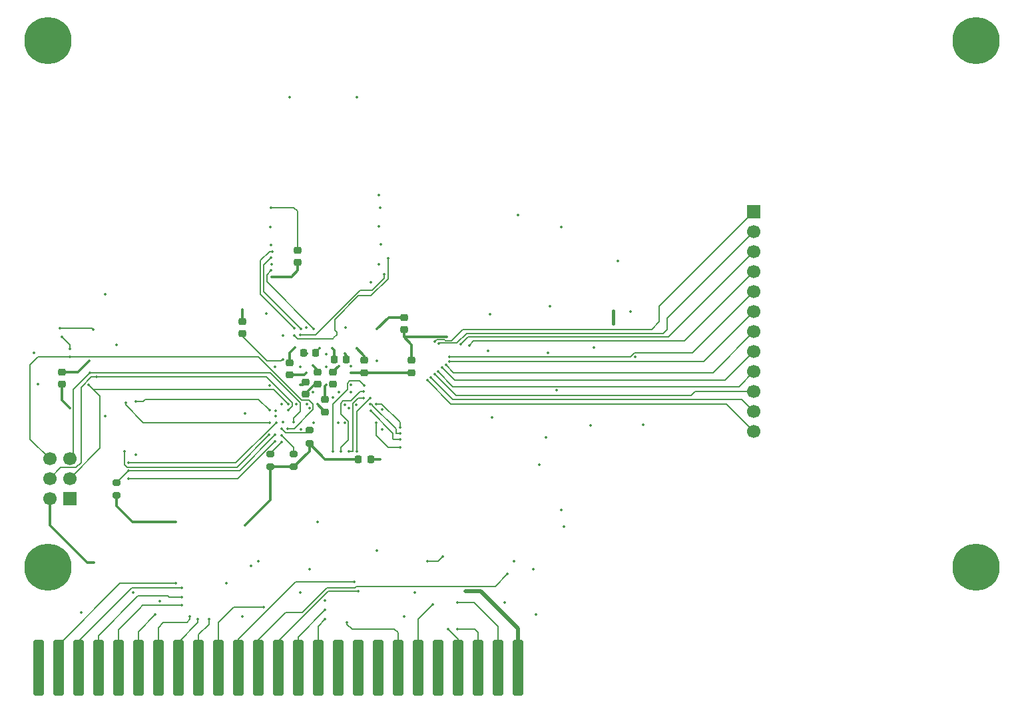
<source format=gbr>
%TF.GenerationSoftware,KiCad,Pcbnew,9.0.5*%
%TF.CreationDate,2025-12-06T10:01:17-08:00*%
%TF.ProjectId,project_byte_hamr,70726f6a-6563-4745-9f62-7974655f6861,rev?*%
%TF.SameCoordinates,Original*%
%TF.FileFunction,Copper,L4,Bot*%
%TF.FilePolarity,Positive*%
%FSLAX46Y46*%
G04 Gerber Fmt 4.6, Leading zero omitted, Abs format (unit mm)*
G04 Created by KiCad (PCBNEW 9.0.5) date 2025-12-06 10:01:17*
%MOMM*%
%LPD*%
G01*
G04 APERTURE LIST*
G04 Aperture macros list*
%AMRoundRect*
0 Rectangle with rounded corners*
0 $1 Rounding radius*
0 $2 $3 $4 $5 $6 $7 $8 $9 X,Y pos of 4 corners*
0 Add a 4 corners polygon primitive as box body*
4,1,4,$2,$3,$4,$5,$6,$7,$8,$9,$2,$3,0*
0 Add four circle primitives for the rounded corners*
1,1,$1+$1,$2,$3*
1,1,$1+$1,$4,$5*
1,1,$1+$1,$6,$7*
1,1,$1+$1,$8,$9*
0 Add four rect primitives between the rounded corners*
20,1,$1+$1,$2,$3,$4,$5,0*
20,1,$1+$1,$4,$5,$6,$7,0*
20,1,$1+$1,$6,$7,$8,$9,0*
20,1,$1+$1,$8,$9,$2,$3,0*%
G04 Aperture macros list end*
%TA.AperFunction,ComponentPad*%
%ADD10R,1.700000X1.700000*%
%TD*%
%TA.AperFunction,ComponentPad*%
%ADD11C,1.700000*%
%TD*%
%TA.AperFunction,ComponentPad*%
%ADD12C,6.000000*%
%TD*%
%TA.AperFunction,ConnectorPad*%
%ADD13RoundRect,0.350000X0.350000X3.206000X-0.350000X3.206000X-0.350000X-3.206000X0.350000X-3.206000X0*%
%TD*%
%TA.AperFunction,SMDPad,CuDef*%
%ADD14RoundRect,0.225000X0.250000X-0.225000X0.250000X0.225000X-0.250000X0.225000X-0.250000X-0.225000X0*%
%TD*%
%TA.AperFunction,SMDPad,CuDef*%
%ADD15RoundRect,0.225000X-0.250000X0.225000X-0.250000X-0.225000X0.250000X-0.225000X0.250000X0.225000X0*%
%TD*%
%TA.AperFunction,SMDPad,CuDef*%
%ADD16RoundRect,0.200000X0.275000X-0.200000X0.275000X0.200000X-0.275000X0.200000X-0.275000X-0.200000X0*%
%TD*%
%TA.AperFunction,SMDPad,CuDef*%
%ADD17RoundRect,0.225000X-0.225000X-0.250000X0.225000X-0.250000X0.225000X0.250000X-0.225000X0.250000X0*%
%TD*%
%TA.AperFunction,SMDPad,CuDef*%
%ADD18RoundRect,0.225000X0.225000X0.250000X-0.225000X0.250000X-0.225000X-0.250000X0.225000X-0.250000X0*%
%TD*%
%TA.AperFunction,ViaPad*%
%ADD19C,0.350000*%
%TD*%
%TA.AperFunction,Conductor*%
%ADD20C,0.152500*%
%TD*%
%TA.AperFunction,Conductor*%
%ADD21C,0.400000*%
%TD*%
%TA.AperFunction,Conductor*%
%ADD22C,0.300000*%
%TD*%
%TA.AperFunction,Conductor*%
%ADD23C,0.200000*%
%TD*%
%TA.AperFunction,Conductor*%
%ADD24C,0.500000*%
%TD*%
%TA.AperFunction,Conductor*%
%ADD25C,0.153000*%
%TD*%
G04 APERTURE END LIST*
D10*
%TO.P,J1,1,Pin_1*%
%TO.N,I{slash}O_PIN_12*%
X143500000Y-75560000D03*
D11*
%TO.P,J1,2,Pin_2*%
%TO.N,I{slash}O_PIN_11*%
X143500000Y-78100000D03*
%TO.P,J1,3,Pin_3*%
%TO.N,I{slash}O_PIN_10*%
X143500000Y-80640000D03*
%TO.P,J1,4,Pin_4*%
%TO.N,I{slash}O_PIN_9*%
X143500000Y-83180000D03*
%TO.P,J1,5,Pin_5*%
%TO.N,I{slash}O_PIN_8*%
X143500000Y-85720000D03*
%TO.P,J1,6,Pin_6*%
%TO.N,I{slash}O_PIN_7*%
X143500000Y-88260000D03*
%TO.P,J1,7,Pin_7*%
%TO.N,I{slash}O_PIN_6*%
X143500000Y-90800000D03*
%TO.P,J1,8,Pin_8*%
%TO.N,I{slash}O_PIN_5*%
X143500000Y-93340000D03*
%TO.P,J1,9,Pin_9*%
%TO.N,I{slash}O_PIN_4*%
X143500000Y-95880000D03*
%TO.P,J1,10,Pin_10*%
%TO.N,I{slash}O_PIN_3*%
X143500000Y-98420000D03*
%TO.P,J1,11,Pin_11*%
%TO.N,I{slash}O_PIN_2*%
X143500000Y-100960000D03*
%TO.P,J1,12,Pin_12*%
%TO.N,I{slash}O_PIN_1*%
X143500000Y-103500000D03*
%TD*%
D12*
%TO.P,H2,1,1*%
%TO.N,GND*%
X171750000Y-53750000D03*
%TD*%
D13*
%TO.P,J3,26,GND*%
%TO.N,GND*%
X113499325Y-133580513D03*
%TO.P,J3,27,DMA_IN*%
%TO.N,DMA_IN_5V*%
X110959325Y-133580513D03*
%TO.P,J3,28,INT_IN*%
%TO.N,INT_IN_5V*%
X108419325Y-133580513D03*
%TO.P,J3,29,~{NMI}*%
%TO.N,~{NMI}_5V*%
X105879325Y-133580513D03*
%TO.P,J3,30,~{IRQ}*%
%TO.N,unconnected-(J3-~{IRQ}-Pad30)*%
X103339325Y-133580513D03*
%TO.P,J3,31,~{RES}*%
%TO.N,~{RES}_5V*%
X100799325Y-133580513D03*
%TO.P,J3,32,~{INH}*%
%TO.N,~{INH}_5V*%
X98259325Y-133580513D03*
%TO.P,J3,33,-12V*%
%TO.N,CARD-12V*%
X95719325Y-133580513D03*
%TO.P,J3,34,-5V*%
%TO.N,CARD-5V*%
X93179325Y-133580513D03*
%TO.P,J3,35,TESTPIN*%
%TO.N,unconnected-(J3-TESTPIN-Pad35)*%
X90639325Y-133580513D03*
%TO.P,J3,36,7M*%
%TO.N,7M_5V*%
X88099325Y-133580513D03*
%TO.P,J3,37,Q3*%
%TO.N,Q3_5V*%
X85559325Y-133580513D03*
%TO.P,J3,38,\u03A61*%
%TO.N,PHI1_5V*%
X83019325Y-133580513D03*
%TO.P,J3,39,USER1*%
%TO.N,USER1_5V*%
X80479325Y-133580513D03*
%TO.P,J3,40,\u03A60*%
%TO.N,PHI0_5V*%
X77939325Y-133580513D03*
%TO.P,J3,41,~{DEVICE_SELECT}*%
%TO.N,~{DEVICE_SELECT}_5V*%
X75399325Y-133580513D03*
%TO.P,J3,42,D7*%
%TO.N,D7_5V*%
X72859325Y-133580513D03*
%TO.P,J3,43,D6*%
%TO.N,D6_5V*%
X70319325Y-133580513D03*
%TO.P,J3,44,D5*%
%TO.N,D5_5V*%
X67779325Y-133580513D03*
%TO.P,J3,45,D4*%
%TO.N,D4_5V*%
X65239325Y-133580513D03*
%TO.P,J3,46,D3*%
%TO.N,D3_5V*%
X62699325Y-133580513D03*
%TO.P,J3,47,D2*%
%TO.N,D2_5V*%
X60159325Y-133580513D03*
%TO.P,J3,48,D1*%
%TO.N,D1_5V*%
X57619325Y-133580513D03*
%TO.P,J3,49,D0*%
%TO.N,D0_5V*%
X55079325Y-133580513D03*
%TO.P,J3,50,+12V*%
%TO.N,CARD12V*%
X52539325Y-133580513D03*
%TD*%
D12*
%TO.P,H1,1,1*%
%TO.N,GND*%
X53750000Y-53750000D03*
%TD*%
%TO.P,H4,1,1*%
%TO.N,GND*%
X53750000Y-120750000D03*
%TD*%
D10*
%TO.P,J4,1,Pin_1*%
%TO.N,GND*%
X56500000Y-112000000D03*
D11*
%TO.P,J4,2,Pin_2*%
%TO.N,+3V3*%
X53960000Y-112000000D03*
%TO.P,J4,3,Pin_3*%
%TO.N,JTAG_TDI*%
X56500000Y-109460000D03*
%TO.P,J4,4,Pin_4*%
%TO.N,JTAG_TCK*%
X53960000Y-109460000D03*
%TO.P,J4,5,Pin_5*%
%TO.N,JTAG_TMS*%
X56500000Y-106920000D03*
%TO.P,J4,6,Pin_6*%
%TO.N,JTAG_TDO*%
X53960000Y-106920000D03*
%TD*%
D12*
%TO.P,H3,1,1*%
%TO.N,GND*%
X171750000Y-120750000D03*
%TD*%
D14*
%TO.P,C25,1*%
%TO.N,+3V3*%
X89000000Y-101000000D03*
%TO.P,C25,2*%
%TO.N,GND*%
X89000000Y-99450000D03*
%TD*%
D15*
%TO.P,C33,1*%
%TO.N,+3V3*%
X100000000Y-94450000D03*
%TO.P,C33,2*%
%TO.N,GND*%
X100000000Y-96000000D03*
%TD*%
D16*
%TO.P,R31,1*%
%TO.N,+3V3*%
X85000000Y-108000000D03*
%TO.P,R31,2*%
%TO.N,/flash/FPGA_PROGRAMN*%
X85000000Y-106350000D03*
%TD*%
D15*
%TO.P,C27,1*%
%TO.N,+1V1*%
X90000000Y-95950000D03*
%TO.P,C27,2*%
%TO.N,GND*%
X90000000Y-97500000D03*
%TD*%
D17*
%TO.P,C51,1*%
%TO.N,+3V3*%
X93225000Y-107000000D03*
%TO.P,C51,2*%
%TO.N,GND*%
X94775000Y-107000000D03*
%TD*%
D16*
%TO.P,R32,1*%
%TO.N,+3V3*%
X82000000Y-108000000D03*
%TO.P,R32,2*%
%TO.N,/flash/FPGA_DONE*%
X82000000Y-106350000D03*
%TD*%
D14*
%TO.P,C50,1*%
%TO.N,+3V3*%
X99000000Y-90550000D03*
%TO.P,C50,2*%
%TO.N,GND*%
X99000000Y-89000000D03*
%TD*%
D18*
%TO.P,C31,1*%
%TO.N,+3V3*%
X87775000Y-93500000D03*
%TO.P,C31,2*%
%TO.N,GND*%
X86225000Y-93500000D03*
%TD*%
D15*
%TO.P,C28,1*%
%TO.N,+1V1*%
X88000000Y-95950000D03*
%TO.P,C28,2*%
%TO.N,GND*%
X88000000Y-97500000D03*
%TD*%
D16*
%TO.P,R27,1*%
%TO.N,+3V3*%
X62500000Y-111650000D03*
%TO.P,R27,2*%
%TO.N,/flash/FLASH_MOSI*%
X62500000Y-110000000D03*
%TD*%
D15*
%TO.P,C30,1*%
%TO.N,+2V5*%
X94000000Y-94450000D03*
%TO.P,C30,2*%
%TO.N,GND*%
X94000000Y-96000000D03*
%TD*%
D17*
%TO.P,C53,1*%
%TO.N,+3V3*%
X90150070Y-94349930D03*
%TO.P,C53,2*%
%TO.N,GND*%
X91700070Y-94349930D03*
%TD*%
D15*
%TO.P,C29,1*%
%TO.N,+2V5*%
X84500000Y-94725000D03*
%TO.P,C29,2*%
%TO.N,GND*%
X84500000Y-96275000D03*
%TD*%
%TO.P,C52,1*%
%TO.N,+3V3*%
X85500000Y-80450000D03*
%TO.P,C52,2*%
%TO.N,GND*%
X85500000Y-82000000D03*
%TD*%
%TO.P,C49,1*%
%TO.N,+3V3*%
X78500000Y-89500000D03*
%TO.P,C49,2*%
%TO.N,GND*%
X78500000Y-91050000D03*
%TD*%
D14*
%TO.P,C35,1*%
%TO.N,+3V3*%
X55500000Y-97500000D03*
%TO.P,C35,2*%
%TO.N,GND*%
X55500000Y-95950000D03*
%TD*%
D15*
%TO.P,C26,1*%
%TO.N,+3V3*%
X86500000Y-97225000D03*
%TO.P,C26,2*%
%TO.N,GND*%
X86500000Y-98775000D03*
%TD*%
D16*
%TO.P,R33,1*%
%TO.N,+3V3*%
X87000000Y-105000000D03*
%TO.P,R33,2*%
%TO.N,/flash/FPGA_INITN*%
X87000000Y-103350000D03*
%TD*%
D19*
%TO.N,+3V3*%
X85869360Y-95235770D03*
%TO.N,I{slash}O_PIN_10*%
X106264604Y-92418733D03*
%TO.N,I{slash}O_PIN_9*%
X107322632Y-92551458D03*
%TO.N,I{slash}O_PIN_12*%
X102958526Y-92073385D03*
%TO.N,I{slash}O_PIN_11*%
X103429159Y-92316266D03*
%TO.N,I{slash}O_PIN_8*%
X104772028Y-94000078D03*
%TO.N,I{slash}O_PIN_7*%
X104776522Y-94601892D03*
%TO.N,I{slash}O_PIN_6*%
X104341776Y-95001073D03*
%TO.N,I{slash}O_PIN_5*%
X103856803Y-95396357D03*
%TO.N,I{slash}O_PIN_4*%
X103334501Y-95844249D03*
%TO.N,I{slash}O_PIN_3*%
X102908836Y-96235263D03*
%TO.N,I{slash}O_PIN_2*%
X102424245Y-96636963D03*
%TO.N,I{slash}O_PIN_1*%
X102000000Y-97000000D03*
%TO.N,+5V*%
X119000000Y-113500000D03*
X128399080Y-94000000D03*
X119000000Y-77500000D03*
X126199080Y-81800000D03*
X122749080Y-102700000D03*
X125599080Y-89800000D03*
X117293021Y-93477912D03*
X52500000Y-97500000D03*
X117110888Y-104223717D03*
X125599080Y-88200000D03*
X61000000Y-86000000D03*
%TO.N,GND*%
X83600000Y-102300000D03*
X116249080Y-107700000D03*
X85800000Y-124000000D03*
X87505014Y-102399221D03*
X86691757Y-99992581D03*
X92276615Y-96007808D03*
X83600000Y-91300000D03*
X118399080Y-98200000D03*
X91600000Y-90300000D03*
X64600000Y-124000000D03*
X91497687Y-100098335D03*
X95584444Y-94484034D03*
X82217437Y-82217437D03*
X92260324Y-98456174D03*
X89907650Y-97592692D03*
X61000000Y-101500000D03*
X86624708Y-95994563D03*
X129399080Y-102600000D03*
X90693505Y-102407395D03*
X96285008Y-103186510D03*
X113500000Y-76000000D03*
X88303495Y-97580983D03*
X82168755Y-83800000D03*
X89100000Y-95300000D03*
X96210616Y-100710277D03*
X96061093Y-79727816D03*
X127842519Y-88225629D03*
X89105573Y-97580983D03*
X106800000Y-123800000D03*
X96000000Y-107000000D03*
X115500000Y-121000000D03*
X86600000Y-90300000D03*
X82600000Y-95300000D03*
X123199080Y-92800000D03*
X95585092Y-90483333D03*
X81946128Y-97646128D03*
X82000000Y-77500000D03*
X96000000Y-75000000D03*
X80500000Y-120000000D03*
X85888588Y-103202134D03*
X84500000Y-61000000D03*
X89096533Y-93648824D03*
X95600000Y-118600000D03*
X83500000Y-100000000D03*
X117599080Y-87600000D03*
X76400000Y-122800000D03*
X59000000Y-94500000D03*
X83600000Y-94300000D03*
X91496033Y-102397487D03*
X86702219Y-93576870D03*
X91469233Y-93601654D03*
%TO.N,+3V3*%
X92297230Y-95162328D03*
X104500000Y-91500000D03*
X78800000Y-101200000D03*
X88000000Y-115000000D03*
X52000000Y-93500000D03*
X94800000Y-84493620D03*
X109999080Y-88600000D03*
X70000000Y-115000000D03*
X119400000Y-115600000D03*
X85869360Y-97589168D03*
X82689278Y-100851900D03*
X64905000Y-106405000D03*
X81500000Y-88500000D03*
X88305876Y-92866896D03*
X82104580Y-75000000D03*
X93000000Y-61000000D03*
X88000000Y-100000000D03*
X100400000Y-124000000D03*
X56500000Y-100500000D03*
X95813086Y-73400000D03*
X95809782Y-77400000D03*
X95813996Y-82197060D03*
X82110949Y-79800000D03*
X59600000Y-120200000D03*
X78500000Y-88000000D03*
X89895430Y-92873242D03*
X78800000Y-115400000D03*
X79600000Y-120600000D03*
X62500000Y-92500000D03*
X82693640Y-101576098D03*
X92303474Y-97566478D03*
X113000000Y-120000000D03*
%TO.N,+1V1*%
X87428210Y-98494137D03*
X89944666Y-99144666D03*
X92000000Y-100500000D03*
X90713243Y-95155832D03*
X90766514Y-98482299D03*
X110249080Y-101700000D03*
X87000000Y-100520581D03*
X87440048Y-95138076D03*
%TO.N,+2V5*%
X92945220Y-100068273D03*
X85350000Y-100050000D03*
X85121803Y-92821803D03*
X93006669Y-92902106D03*
X109701470Y-93200000D03*
%TO.N,CARD5V*%
X86990597Y-121026187D03*
X58000000Y-126500000D03*
X99000000Y-127000000D03*
X68000000Y-125044617D03*
X111800000Y-125200000D03*
X78500000Y-127000000D03*
X115800000Y-126800000D03*
X89000000Y-125000000D03*
%TO.N,D2_5V*%
X70800000Y-124600000D03*
%TO.N,D0_5V*%
X70000000Y-122800000D03*
%TO.N,~{INH}_5V*%
X91800000Y-127800000D03*
%TO.N,7M_5V*%
X89000000Y-127400000D03*
%TO.N,~{RES}_5V*%
X102648396Y-125500000D03*
%TO.N,D1_5V*%
X70800000Y-123400000D03*
%TO.N,Q3_5V*%
X89000000Y-126200000D03*
%TO.N,~{NMI}_5V*%
X104600000Y-128600000D03*
%TO.N,D7_5V*%
X74200000Y-127400000D03*
%TO.N,DMA_IN_5V*%
X105800000Y-125200000D03*
%TO.N,INT_IN_5V*%
X105800000Y-128600000D03*
%TO.N,PHI0_5V*%
X92667771Y-122613449D03*
%TO.N,PHI1_5V*%
X93200000Y-123800000D03*
%TO.N,~{DEVICE_SELECT}_5V*%
X81200000Y-125800000D03*
%TO.N,D5_5V*%
X71800000Y-127000000D03*
%TO.N,D6_5V*%
X72800000Y-127400000D03*
%TO.N,D4_5V*%
X67400000Y-126800000D03*
%TO.N,USER1_5V*%
X112200000Y-121600000D03*
%TO.N,D3_5V*%
X70800000Y-125600000D03*
%TO.N,/flash/FLASH_nWP*%
X64000000Y-109500000D03*
X82622054Y-104724587D03*
%TO.N,/flash/FLASH_nHOLD*%
X81844171Y-103944171D03*
X63500000Y-106000000D03*
%TO.N,/flash/FLASH_MOSI*%
X82651444Y-103943198D03*
X64000000Y-108500000D03*
%TO.N,/flash/FLASH_MISO*%
X63635000Y-99865000D03*
X81920694Y-102420694D03*
%TO.N,/flash/FLASH_SCK*%
X82746161Y-102353839D03*
X64000000Y-107500000D03*
%TO.N,/flash/FLASH_nCS*%
X81912060Y-100787940D03*
X64905000Y-99636938D03*
%TO.N,/flash/FPGA_PROGRAMN*%
X83500000Y-104000000D03*
%TO.N,/flash/FPGA_DONE*%
X83500000Y-104800000D03*
%TO.N,/flash/FPGA_INITN*%
X83428247Y-103124177D03*
%TO.N,USB_FTDI_D-*%
X59500000Y-90500000D03*
X55295483Y-90341836D03*
%TO.N,USB_FTDI_D+*%
X55500000Y-91479437D03*
X56500000Y-93000000D03*
%TO.N,7M_3V3*%
X98500000Y-104500000D03*
X94797358Y-100897358D03*
%TO.N,SDRAM_D0*%
X96500000Y-83500000D03*
X85865699Y-91165699D03*
%TO.N,SDRAM_D13*%
X85106287Y-90389280D03*
X82316198Y-80600000D03*
%TO.N,Q3_3V3*%
X98500000Y-105500000D03*
X95500000Y-102400000D03*
%TO.N,JTAG_TDO*%
X56500000Y-94000000D03*
X84229955Y-103125404D03*
%TO.N,SDRAM_D15*%
X82144493Y-83000000D03*
X87521009Y-90419267D03*
%TO.N,JTAG_TDI*%
X58937500Y-97562500D03*
X84327261Y-100026579D03*
%TO.N,~{INH}_3V3*%
X94700000Y-100000000D03*
X98494014Y-103744014D03*
%TO.N,JTAG_TCK*%
X59937500Y-96562500D03*
X84307190Y-100803406D03*
%TO.N,SDRAM_D1*%
X85045058Y-91249071D03*
X97000000Y-81500000D03*
%TO.N,SDRAM_D14*%
X82146693Y-81378285D03*
X85915021Y-90418040D03*
%TO.N,JTAG_TMS*%
X85005208Y-102310111D03*
X59040042Y-96062500D03*
%TO.N,~{I{slash}O_STROBE}_3V3*%
X103950368Y-119417529D03*
X102000000Y-120000000D03*
%TO.N,A9_3V3*%
X91000000Y-106000000D03*
X93861449Y-98441250D03*
%TO.N,A14_3V3*%
X95500000Y-100000000D03*
X98500000Y-103000000D03*
%TO.N,A10_3V3*%
X93885949Y-99214051D03*
X92000000Y-106000000D03*
%TO.N,A11_3V3*%
X93000000Y-106000000D03*
X94698036Y-99214662D03*
%TO.N,A8_3V3*%
X93930385Y-97630385D03*
X90000000Y-106000000D03*
%TD*%
D20*
%TO.N,I{slash}O_PIN_10*%
X106264604Y-92418733D02*
X107183337Y-91500000D01*
X107183337Y-91500000D02*
X132640000Y-91500000D01*
X132640000Y-91500000D02*
X143500000Y-80640000D01*
%TO.N,I{slash}O_PIN_12*%
X131500000Y-89500000D02*
X131500000Y-87560000D01*
X131500000Y-87560000D02*
X143500000Y-75560000D01*
%TO.N,I{slash}O_PIN_11*%
X132500000Y-90500000D02*
X132500000Y-89100000D01*
X132500000Y-89100000D02*
X143500000Y-78100000D01*
%TO.N,I{slash}O_PIN_9*%
X107322632Y-92551458D02*
X107874090Y-92000000D01*
X134680000Y-92000000D02*
X143500000Y-83180000D01*
X107874090Y-92000000D02*
X134680000Y-92000000D01*
%TO.N,I{slash}O_PIN_8*%
X104772028Y-94000078D02*
X127794779Y-94000078D01*
X128294857Y-93500000D02*
X135720000Y-93500000D01*
X127794779Y-94000078D02*
X128294857Y-93500000D01*
X135720000Y-93500000D02*
X143500000Y-85720000D01*
%TO.N,I{slash}O_PIN_7*%
X104776522Y-94601892D02*
X137158108Y-94601892D01*
X137158108Y-94601892D02*
X143500000Y-88260000D01*
%TO.N,I{slash}O_PIN_6*%
X104341776Y-95001073D02*
X105340703Y-96000000D01*
X105340703Y-96000000D02*
X138300000Y-96000000D01*
X138300000Y-96000000D02*
X143500000Y-90800000D01*
%TO.N,I{slash}O_PIN_5*%
X103856803Y-95396357D02*
X105460446Y-97000000D01*
X105460446Y-97000000D02*
X139840000Y-97000000D01*
X139840000Y-97000000D02*
X143500000Y-93340000D01*
%TO.N,I{slash}O_PIN_4*%
X103334501Y-95844249D02*
X105263002Y-97772750D01*
X105263002Y-97772750D02*
X141607250Y-97772750D01*
X141607250Y-97772750D02*
X143500000Y-95880000D01*
%TO.N,I{slash}O_PIN_3*%
X135520817Y-98935088D02*
X136035905Y-98420000D01*
X136035905Y-98420000D02*
X143500000Y-98420000D01*
%TO.N,I{slash}O_PIN_2*%
X102424245Y-96636963D02*
X105239435Y-99452153D01*
X141992153Y-99452153D02*
X143500000Y-100960000D01*
X105239435Y-99452153D02*
X141992153Y-99452153D01*
%TO.N,I{slash}O_PIN_1*%
X102000000Y-97000000D02*
X105000000Y-100000000D01*
X105000000Y-100000000D02*
X140000000Y-100000000D01*
X140000000Y-100000000D02*
X143500000Y-103500000D01*
%TO.N,I{slash}O_PIN_11*%
X132000000Y-91000000D02*
X132500000Y-90500000D01*
X107000000Y-91000000D02*
X132000000Y-91000000D01*
X103486117Y-92259308D02*
X105740692Y-92259308D01*
X105740692Y-92259308D02*
X107000000Y-91000000D01*
%TO.N,I{slash}O_PIN_12*%
X130500000Y-90500000D02*
X131500000Y-89500000D01*
X106500000Y-90500000D02*
X130500000Y-90500000D01*
X104323027Y-91927250D02*
X105072750Y-91927250D01*
X105072750Y-91927250D02*
X106500000Y-90500000D01*
%TO.N,I{slash}O_PIN_11*%
X103429159Y-92316266D02*
X103486117Y-92259308D01*
%TO.N,I{slash}O_PIN_12*%
X104213027Y-91817250D02*
X104323027Y-91927250D01*
X103214661Y-91817250D02*
X104213027Y-91817250D01*
X102958526Y-92073385D02*
X103214661Y-91817250D01*
%TO.N,I{slash}O_PIN_3*%
X105608661Y-98935088D02*
X135520817Y-98935088D01*
X102908836Y-96235263D02*
X105608661Y-98935088D01*
D21*
%TO.N,+5V*%
X125599080Y-89800000D02*
X125599080Y-88200000D01*
D22*
%TO.N,GND*%
X87678470Y-97500000D02*
X88000000Y-97500000D01*
X84500000Y-96275000D02*
X86344271Y-96275000D01*
X86344271Y-96275000D02*
X86624708Y-95994563D01*
X94775000Y-107000000D02*
X96000000Y-107000000D01*
D23*
X91700070Y-94349930D02*
X91700070Y-93832491D01*
D24*
X113499325Y-128532225D02*
X108767100Y-123800000D01*
D22*
X91700070Y-93832491D02*
X91469233Y-93601654D01*
X86500000Y-98678470D02*
X87678470Y-97500000D01*
X97068425Y-89000000D02*
X95585092Y-90483333D01*
X86500000Y-98775000D02*
X86500000Y-98678470D01*
D23*
X83400000Y-94500000D02*
X81607366Y-94500000D01*
D22*
X86702219Y-93576870D02*
X86301870Y-93576870D01*
X84700000Y-83800000D02*
X82168755Y-83800000D01*
X85500000Y-83000000D02*
X84700000Y-83800000D01*
X99000000Y-89000000D02*
X97068425Y-89000000D01*
D23*
X81607366Y-94500000D02*
X78500000Y-91392634D01*
X88225000Y-97502488D02*
X88303495Y-97580983D01*
X83600000Y-94300000D02*
X83400000Y-94500000D01*
X78500000Y-91392634D02*
X78500000Y-91050000D01*
D22*
X92284423Y-96000000D02*
X92276615Y-96007808D01*
X57550000Y-95950000D02*
X59000000Y-94500000D01*
X55500000Y-95950000D02*
X57550000Y-95950000D01*
X85500000Y-82000000D02*
X85500000Y-83000000D01*
D23*
X86301870Y-93576870D02*
X86225000Y-93500000D01*
D22*
X100000000Y-96000000D02*
X94000000Y-96000000D01*
D24*
X108767100Y-123800000D02*
X106800000Y-123800000D01*
D22*
X89000000Y-97686556D02*
X89105573Y-97580983D01*
X89000000Y-99450000D02*
X89000000Y-97686556D01*
X94000000Y-96000000D02*
X92284423Y-96000000D01*
D24*
X113499325Y-133580513D02*
X113499325Y-128532225D01*
D23*
%TO.N,+3V3*%
X85500000Y-75500000D02*
X85000000Y-75000000D01*
D22*
X53960000Y-115460000D02*
X58700000Y-120200000D01*
X70000000Y-115000000D02*
X64500000Y-115000000D01*
X89000000Y-107000000D02*
X93225000Y-107000000D01*
X87000000Y-106000000D02*
X87000000Y-105000000D01*
X99000000Y-91500000D02*
X99000000Y-90550000D01*
X86135832Y-97589168D02*
X86500000Y-97225000D01*
X89000000Y-101000000D02*
X88000000Y-100000000D01*
D23*
X87775000Y-93500000D02*
X87775000Y-93397772D01*
D22*
X100000000Y-92500000D02*
X100000000Y-94450000D01*
D23*
X85000000Y-75000000D02*
X82104580Y-75000000D01*
D22*
X87000000Y-105000000D02*
X89000000Y-107000000D01*
X90150070Y-93127882D02*
X89895430Y-92873242D01*
D23*
X87775000Y-93397772D02*
X88305876Y-92866896D01*
X85500000Y-80450000D02*
X85500000Y-75500000D01*
D22*
X58700000Y-120200000D02*
X59600000Y-120200000D01*
X99000000Y-91500000D02*
X104500000Y-91500000D01*
X85000000Y-108000000D02*
X87000000Y-106000000D01*
X85869360Y-97589168D02*
X86135832Y-97589168D01*
X78500000Y-89500000D02*
X78500000Y-88000000D01*
X62500000Y-113000000D02*
X62500000Y-111650000D01*
X82000000Y-108000000D02*
X82000000Y-112200000D01*
X82000000Y-108000000D02*
X85000000Y-108000000D01*
X90150070Y-94349930D02*
X90150070Y-93127882D01*
X64500000Y-115000000D02*
X62500000Y-113000000D01*
X82000000Y-112200000D02*
X78800000Y-115400000D01*
X89000000Y-101000000D02*
X89000000Y-100745822D01*
X99000000Y-91500000D02*
X100000000Y-92500000D01*
X55500000Y-99500000D02*
X56500000Y-100500000D01*
X55500000Y-97500000D02*
X55500000Y-99500000D01*
X53960000Y-112000000D02*
X53960000Y-115460000D01*
D23*
%TO.N,+1V1*%
X88000000Y-95950000D02*
X88000000Y-95698028D01*
X87494137Y-98494137D02*
X87500000Y-98500000D01*
D22*
X88000000Y-95698028D02*
X87440048Y-95138076D01*
X90000000Y-95869075D02*
X90713243Y-95155832D01*
D23*
X90000000Y-95950000D02*
X90000000Y-95869075D01*
X87428210Y-98494137D02*
X87494137Y-98494137D01*
D22*
%TO.N,+2V5*%
X84500000Y-93497967D02*
X85197967Y-92800000D01*
D23*
X93006669Y-92902106D02*
X92945220Y-92963555D01*
D22*
X84500000Y-94725000D02*
X84500000Y-93497967D01*
X94000000Y-94450000D02*
X94000000Y-93895437D01*
X94000000Y-93895437D02*
X93006669Y-92902106D01*
D23*
%TO.N,D2_5V*%
X60159325Y-133580513D02*
X60159325Y-129440675D01*
X65000000Y-124600000D02*
X65201000Y-124399000D01*
X68949057Y-124399000D02*
X69150057Y-124600000D01*
X69150057Y-124600000D02*
X70800000Y-124600000D01*
X65201000Y-124399000D02*
X68949057Y-124399000D01*
X60159325Y-129440675D02*
X65000000Y-124600000D01*
%TO.N,D0_5V*%
X62908521Y-122800000D02*
X70000000Y-122800000D01*
X55079325Y-130629196D02*
X62908521Y-122800000D01*
X55079325Y-133580513D02*
X55079325Y-130629196D01*
%TO.N,~{INH}_5V*%
X92400000Y-128600000D02*
X97800000Y-128600000D01*
X91800000Y-128000000D02*
X92400000Y-128600000D01*
X91800000Y-127800000D02*
X91800000Y-128000000D01*
X97800000Y-128600000D02*
X98259325Y-129059325D01*
X98259325Y-129059325D02*
X98259325Y-133580513D01*
%TO.N,7M_5V*%
X88099325Y-128300675D02*
X89000000Y-127400000D01*
X88099325Y-133580513D02*
X88099325Y-128300675D01*
%TO.N,~{RES}_5V*%
X100800000Y-128600000D02*
X100800000Y-127348396D01*
X100799325Y-128600675D02*
X100800000Y-128600000D01*
X100800000Y-127348396D02*
X102648396Y-125500000D01*
X100799325Y-133580513D02*
X100799325Y-128600675D01*
%TO.N,D1_5V*%
X57619325Y-133580513D02*
X57619325Y-130180675D01*
X57619325Y-130180675D02*
X63800000Y-124000000D01*
X63800000Y-124000000D02*
X64400000Y-123400000D01*
X64400000Y-123400000D02*
X70800000Y-123400000D01*
%TO.N,Q3_5V*%
X85559325Y-133580513D02*
X85559325Y-129640675D01*
X85559325Y-129640675D02*
X89000000Y-126200000D01*
%TO.N,~{NMI}_5V*%
X105879325Y-129879325D02*
X104600000Y-128600000D01*
X105879325Y-133580513D02*
X105879325Y-129879325D01*
%TO.N,D7_5V*%
X72859325Y-133580513D02*
X72859325Y-129340675D01*
X74200000Y-128000000D02*
X74200000Y-127400000D01*
X72859325Y-129340675D02*
X74200000Y-128000000D01*
%TO.N,DMA_IN_5V*%
X110959325Y-133580513D02*
X110959325Y-128265332D01*
X107893993Y-125200000D02*
X105800000Y-125200000D01*
X110959325Y-128265332D02*
X107893993Y-125200000D01*
%TO.N,INT_IN_5V*%
X108419325Y-129019325D02*
X108000000Y-128600000D01*
X108000000Y-128600000D02*
X105800000Y-128600000D01*
X108419325Y-133580513D02*
X108419325Y-129019325D01*
%TO.N,PHI0_5V*%
X77939325Y-129910618D02*
X85249943Y-122600000D01*
X85249943Y-122600000D02*
X92600000Y-122600000D01*
X77939325Y-133580513D02*
X77939325Y-129910618D01*
%TO.N,PHI1_5V*%
X89350057Y-123800000D02*
X93200000Y-123800000D01*
X83019325Y-133580513D02*
X83019325Y-130130732D01*
X83019325Y-130130732D02*
X89350057Y-123800000D01*
%TO.N,~{DEVICE_SELECT}_5V*%
X75399325Y-133580513D02*
X75399325Y-127800675D01*
X77400000Y-125800000D02*
X81200000Y-125800000D01*
X75399325Y-127800675D02*
X77400000Y-125800000D01*
%TO.N,D5_5V*%
X68400000Y-127800000D02*
X71400000Y-127800000D01*
X71800000Y-127400000D02*
X71800000Y-127000000D01*
X67779325Y-133580513D02*
X67779325Y-128420675D01*
X71400000Y-127800000D02*
X71800000Y-127400000D01*
X67779325Y-128420675D02*
X68400000Y-127800000D01*
%TO.N,D6_5V*%
X72800000Y-127800000D02*
X72800000Y-127400000D01*
X70319325Y-133580513D02*
X70319325Y-130280675D01*
X70319325Y-130280675D02*
X72800000Y-127800000D01*
%TO.N,D4_5V*%
X65239325Y-133580513D02*
X65239325Y-128960675D01*
X65239325Y-128960675D02*
X67400000Y-126800000D01*
%TO.N,USER1_5V*%
X89183957Y-123399000D02*
X92751057Y-123399000D01*
X80479325Y-130024514D02*
X84012361Y-126491478D01*
X92751057Y-123399000D02*
X92950057Y-123200000D01*
X107200000Y-123200000D02*
X110600000Y-123200000D01*
X86091479Y-126491478D02*
X89183957Y-123399000D01*
X92950057Y-123200000D02*
X107200000Y-123200000D01*
X110600000Y-123200000D02*
X112200000Y-121600000D01*
X80479325Y-133580513D02*
X80479325Y-130024514D01*
X84012361Y-126491478D02*
X86091479Y-126491478D01*
%TO.N,D3_5V*%
X62699325Y-133580513D02*
X62699325Y-128700675D01*
X65800000Y-125600000D02*
X70800000Y-125600000D01*
X65400000Y-126000000D02*
X65800000Y-125600000D01*
X62699325Y-128700675D02*
X65400000Y-126000000D01*
D25*
%TO.N,/flash/FLASH_nWP*%
X77846641Y-109500000D02*
X82622054Y-104724587D01*
D23*
X64000000Y-109500000D02*
X77846641Y-109500000D01*
%TO.N,/flash/FLASH_nHOLD*%
X63500000Y-106000000D02*
X63500000Y-107721166D01*
X63802834Y-108024000D02*
X77764342Y-108024000D01*
X77764342Y-108024000D02*
X81844171Y-103944171D01*
X63500000Y-107721166D02*
X63802834Y-108024000D01*
%TO.N,/flash/FLASH_MOSI*%
X64000000Y-108500000D02*
X78094642Y-108500000D01*
X62500000Y-110000000D02*
X64000000Y-108500000D01*
X78094642Y-108500000D02*
X82651444Y-103943198D01*
D20*
%TO.N,/flash/FLASH_MISO*%
X81920694Y-102420694D02*
X81920694Y-102423349D01*
X81881032Y-102381032D02*
X81920694Y-102420694D01*
D23*
X65881032Y-102381032D02*
X63635000Y-100135000D01*
X63635000Y-100135000D02*
X63635000Y-99865000D01*
D20*
X65881032Y-102381032D02*
X81881032Y-102381032D01*
D23*
%TO.N,/flash/FLASH_SCK*%
X77600000Y-107500000D02*
X82746161Y-102353839D01*
X64000000Y-107500000D02*
X77600000Y-107500000D01*
%TO.N,/flash/FLASH_nCS*%
X80513120Y-99389000D02*
X66111000Y-99389000D01*
X81912060Y-100787940D02*
X80513120Y-99389000D01*
X65863062Y-99636938D02*
X66111000Y-99389000D01*
X64905000Y-99636938D02*
X65863062Y-99636938D01*
%TO.N,/flash/FPGA_PROGRAMN*%
X83500000Y-104000000D02*
X85000000Y-105500000D01*
X85000000Y-105500000D02*
X85000000Y-106350000D01*
%TO.N,/flash/FPGA_DONE*%
X82000000Y-106350000D02*
X82000000Y-106300000D01*
X82000000Y-106300000D02*
X83500000Y-104800000D01*
%TO.N,/flash/FPGA_INITN*%
X83428247Y-103124177D02*
X83982204Y-103678134D01*
X86722866Y-103678134D02*
X87000000Y-103401000D01*
X83982204Y-103678134D02*
X86722866Y-103678134D01*
%TO.N,USB_FTDI_D-*%
X55295483Y-90341836D02*
X59341836Y-90341836D01*
X59341836Y-90341836D02*
X59500000Y-90500000D01*
%TO.N,USB_FTDI_D+*%
X56500000Y-92479437D02*
X56500000Y-93000000D01*
X55500000Y-91479437D02*
X56500000Y-92479437D01*
%TO.N,7M_3V3*%
X94797358Y-100897358D02*
X97599000Y-103699000D01*
X97698000Y-104500000D02*
X98500000Y-104500000D01*
X97599000Y-104401000D02*
X97698000Y-104500000D01*
X97599000Y-104166100D02*
X97599000Y-104401000D01*
X97599000Y-103699000D02*
X97599000Y-104166100D01*
%TO.N,SDRAM_D0*%
X87748185Y-91165699D02*
X93413884Y-85500000D01*
X95000000Y-85500000D02*
X96500000Y-84000000D01*
X96500000Y-84000000D02*
X96500000Y-83500000D01*
X93413884Y-85500000D02*
X95000000Y-85500000D01*
X85865699Y-91165699D02*
X87748185Y-91165699D01*
%TO.N,SDRAM_D13*%
X80765755Y-81734245D02*
X80765755Y-86048748D01*
X80765755Y-86048748D02*
X85106287Y-90389280D01*
X82316198Y-80600000D02*
X81900000Y-80600000D01*
X81900000Y-80600000D02*
X80765755Y-81734245D01*
%TO.N,Q3_3V3*%
X95500000Y-102400000D02*
X95500000Y-104000000D01*
X97000000Y-105500000D02*
X98500000Y-105500000D01*
X95500000Y-104000000D02*
X97000000Y-105500000D01*
%TO.N,JTAG_TDO*%
X84229955Y-103125404D02*
X85068343Y-103125404D01*
X52500000Y-94000000D02*
X51500000Y-95000000D01*
X56500000Y-94000000D02*
X52500000Y-94000000D01*
X87476000Y-100717747D02*
X87476000Y-100030119D01*
X87476000Y-100030119D02*
X86910462Y-99464581D01*
X86004847Y-99464581D02*
X80540266Y-94000000D01*
X80540266Y-94000000D02*
X56500000Y-94000000D01*
X85068343Y-103125404D02*
X87476000Y-100717747D01*
X51500000Y-104460000D02*
X53960000Y-106920000D01*
X51500000Y-95000000D02*
X51500000Y-104460000D01*
X86910462Y-99464581D02*
X86004847Y-99464581D01*
%TO.N,SDRAM_D15*%
X82118812Y-83000000D02*
X81567755Y-83551057D01*
X81567755Y-83551057D02*
X81567755Y-84466013D01*
X82144493Y-83000000D02*
X82118812Y-83000000D01*
X81567755Y-84466013D02*
X87521009Y-90419267D01*
%TO.N,JTAG_TDI*%
X82422810Y-98122128D02*
X59497128Y-98122128D01*
X58937500Y-97562500D02*
X60363000Y-98988000D01*
X84327261Y-100026579D02*
X82422810Y-98122128D01*
X56500000Y-109460000D02*
X60363000Y-105597000D01*
X60363000Y-105597000D02*
X60363000Y-98988000D01*
X59497128Y-98122128D02*
X58937500Y-97562500D01*
%TO.N,~{INH}_3V3*%
X98000000Y-103173166D02*
X98000000Y-103744014D01*
X97994014Y-103744014D02*
X98494014Y-103744014D01*
X94700000Y-100000000D02*
X95000000Y-100000000D01*
X95000000Y-100000000D02*
X95000000Y-100173166D01*
X95000000Y-100173166D02*
X98000000Y-103173166D01*
%TO.N,JTAG_TCK*%
X84803261Y-100307335D02*
X84307190Y-100803406D01*
X59937500Y-96562500D02*
X59264334Y-96562500D01*
X59264334Y-96562500D02*
X57946450Y-97880384D01*
X57946450Y-107446450D02*
X57321900Y-108071000D01*
X59937500Y-96562500D02*
X81536348Y-96562500D01*
X57946450Y-97880384D02*
X57946450Y-107446450D01*
X81536348Y-96562500D02*
X84803261Y-99829413D01*
X55349000Y-108071000D02*
X53960000Y-109460000D01*
X84803261Y-99829413D02*
X84803261Y-100307335D01*
X57321900Y-108071000D02*
X55349000Y-108071000D01*
%TO.N,SDRAM_D1*%
X89945215Y-91719525D02*
X90082370Y-91582370D01*
X90207618Y-89273366D02*
X93240492Y-86240492D01*
X90207618Y-90610934D02*
X90207618Y-89273366D01*
X85515512Y-91719525D02*
X89945215Y-91719525D01*
X94826608Y-86240492D02*
X97000000Y-84067100D01*
X90082370Y-91582370D02*
X90486452Y-91178288D01*
X85045058Y-91249071D02*
X85515512Y-91719525D01*
X90298342Y-90701658D02*
X90207618Y-90610934D01*
X90486452Y-90889768D02*
X90298342Y-90701658D01*
X93240492Y-86240492D02*
X94826608Y-86240492D01*
X90486452Y-91178288D02*
X90486452Y-90889768D01*
X97000000Y-84067100D02*
X97000000Y-81500000D01*
%TO.N,SDRAM_D14*%
X82146693Y-81378285D02*
X81166755Y-82358223D01*
X81166755Y-85669774D02*
X85915021Y-90418040D01*
X81166755Y-82358223D02*
X81166755Y-85669774D01*
%TO.N,JTAG_TMS*%
X56976000Y-106444000D02*
X56500000Y-106920000D01*
X82035666Y-96062500D02*
X85826000Y-99852834D01*
X85826000Y-99852834D02*
X85826000Y-100937373D01*
X59040042Y-96062500D02*
X56976000Y-98126542D01*
X85826000Y-100937373D02*
X85005208Y-101758165D01*
X85005208Y-101758165D02*
X85005208Y-102310111D01*
X59040042Y-96062500D02*
X82035666Y-96062500D01*
X56976000Y-98126542D02*
X56976000Y-106444000D01*
%TO.N,~{I{slash}O_STROBE}_3V3*%
X102000000Y-120000000D02*
X103367897Y-120000000D01*
X103367897Y-120000000D02*
X103950368Y-119417529D01*
D25*
%TO.N,A9_3V3*%
X91935533Y-102215440D02*
X91935533Y-104564467D01*
X93861449Y-98441250D02*
X93435215Y-98441250D01*
X93435215Y-98441250D02*
X92269630Y-99606835D01*
X91006187Y-101286094D02*
X91935533Y-102215440D01*
X92269630Y-99606835D02*
X91294101Y-99606835D01*
X91935533Y-104564467D02*
X91000000Y-105500000D01*
X91294101Y-99606835D02*
X91006187Y-99894749D01*
X91006187Y-99894749D02*
X91006187Y-101286094D01*
X91000000Y-105500000D02*
X91000000Y-106000000D01*
D23*
%TO.N,A14_3V3*%
X96173505Y-100000000D02*
X98500000Y-102326495D01*
X95500000Y-100000000D02*
X96173505Y-100000000D01*
X98500000Y-102326495D02*
X98500000Y-103000000D01*
D25*
%TO.N,A10_3V3*%
X93177895Y-99214051D02*
X92500000Y-99891946D01*
X93885949Y-99214051D02*
X93177895Y-99214051D01*
X92500000Y-99891946D02*
X92500000Y-106000000D01*
D23*
X92500000Y-106000000D02*
X92000000Y-106000000D01*
D25*
%TO.N,A11_3V3*%
X93000000Y-100912698D02*
X93000000Y-106000000D01*
X94698036Y-99214662D02*
X93000000Y-100912698D01*
D23*
%TO.N,A8_3V3*%
X92106308Y-97090478D02*
X93390478Y-97090478D01*
X91827474Y-97369312D02*
X92106308Y-97090478D01*
X90000000Y-106000000D02*
X90000000Y-99969793D01*
X90000000Y-99969793D02*
X91827474Y-98142319D01*
X93390478Y-97090478D02*
X93930385Y-97630385D01*
X91827474Y-98142319D02*
X91827474Y-97369312D01*
%TD*%
M02*

</source>
